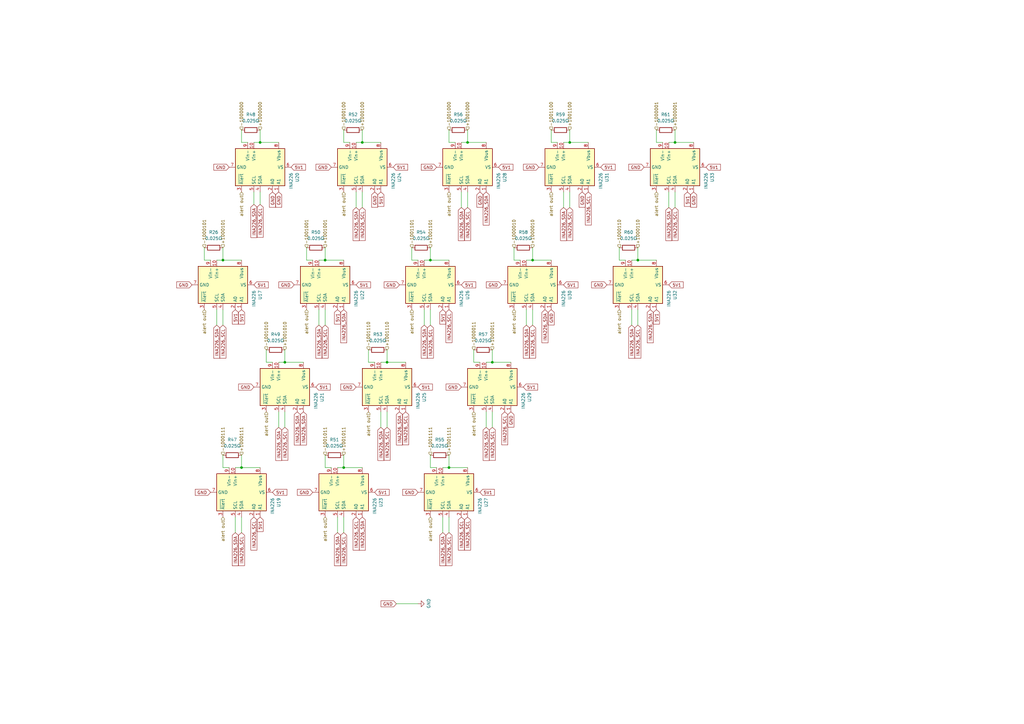
<source format=kicad_sch>
(kicad_sch (version 20231120) (generator "eeschema") (generator_version "8.0")
  (paper "A3")
  (lib_symbols
    (symbol "Device:R" (pin_numbers hide) (pin_names (offset 0))
      (property "Reference" "R" (at 2.032 0 90))
      (property "Value" "R" (at 0 0 90))
      (symbol "R_0_1"
        (rectangle (start -1.016 -2.54) (end 1.016 2.54) (stroke (width 0.254)))
      )
      (symbol "R_1_1"
        (pin passive line (at 0 3.81 270) (length 1.27) (name "~") (number "1"))
        (pin passive line (at 0 -3.81 90) (length 1.27) (name "~") (number "2"))
      )
    )
    (symbol "Sensor_Energy:INA226"
      (property "Reference" "U" (at -6.35 11.43 0))
      (property "Value" "INA226" (at 3.81 11.43 0))
      (symbol "INA226_0_1"
        (rectangle (start 7.62 10.16) (end -7.62 -10.16) (stroke (width 0.254)) (fill (type background)))
      )
      (symbol "INA226_1_1"
        (pin input line (at 10.16 7.62 180) (length 2.54) (name "A1") (number "1"))
        (pin input line (at -10.16 -2.54 0) (length 2.54) (name "Vin+") (number "10"))
        (pin input line (at 10.16 5.08 180) (length 2.54) (name "A0") (number "2"))
        (pin open_collector line (at 10.16 -7.62 180) (length 2.54) (name "~{Alert}") (number "3"))
        (pin bidirectional line (at 10.16 0 180) (length 2.54) (name "SDA") (number "4"))
        (pin input line (at 10.16 -2.54 180) (length 2.54) (name "SCL") (number "5"))
        (pin power_in line (at 0 12.7 270) (length 2.54) (name "VS") (number "6"))
        (pin power_in line (at 0 -12.7 90) (length 2.54) (name "GND") (number "7"))
        (pin input line (at -10.16 7.62 0) (length 2.54) (name "Vbus") (number "8"))
        (pin input line (at -10.16 -5.08 0) (length 2.54) (name "Vin-") (number "9"))
      )
    )
    (symbol "power:GND" (power) (pin_names (offset 0))
      (property "Value" "GND" (at 0 -3.81 0))
      (symbol "GND_0_1"
        (polyline (pts (xy 0 0) (xy 0 -1.27) (xy 1.27 -1.27) (xy 0 -2.54) (xy -1.27 -1.27) (xy 0 -1.27)))
      )
      (symbol "GND_1_1"
        (pin power_in line (at 0 0 270) (length 0) hide (name "GND") (number "1"))
      )
    )
  )
  (junction (at 158.75 148.59))
  (junction (at 106.68 58.42))
  (junction (at 116.84 148.59))
  (junction (at 91.44 106.68))
  (junction (at 140.97 191.77))
  (junction (at 184.15 191.77))
  (junction (at 133.35 106.68))
  (junction (at 276.86 58.42))
  (junction (at 99.06 191.77))
  (junction (at 218.44 106.68))
  (junction (at 261.62 106.68))
  (junction (at 148.59 58.42))
  (junction (at 191.77 58.42))
  (junction (at 233.68 58.42))
  (junction (at 176.53 106.68))
  (junction (at 201.93 148.59))
  (wire (pts (xy 106.68 53.34) (xy 106.68 58.42)))
  (wire (pts (xy 140.97 186.69) (xy 140.97 191.77)))
  (wire (pts (xy 133.35 101.6) (xy 133.35 106.68)))
  (wire (pts (xy 259.08 133.35) (xy 259.08 127)))
  (wire (pts (xy 156.21 175.26) (xy 156.21 168.91)))
  (wire (pts (xy 99.06 191.77) (xy 106.68 191.77)))
  (wire (pts (xy 194.31 148.59) (xy 196.85 148.59)))
  (wire (pts (xy 276.86 85.09) (xy 276.86 78.74)))
  (wire (pts (xy 91.44 191.77) (xy 93.98 191.77)))
  (wire (pts (xy 133.35 106.68) (xy 140.97 106.68)))
  (wire (pts (xy 83.82 106.68) (xy 86.36 106.68)))
  (wire (pts (xy 104.14 78.74) (xy 104.14 83.82)))
  (wire (pts (xy 130.81 133.35) (xy 130.81 127)))
  (wire (pts (xy 116.84 148.59) (xy 124.46 148.59)))
  (wire (pts (xy 140.97 191.77) (xy 138.43 191.77)))
  (wire (pts (xy 201.93 148.59) (xy 199.39 148.59)))
  (wire (pts (xy 274.32 85.09) (xy 274.32 78.74)))
  (wire (pts (xy 261.62 106.68) (xy 269.24 106.68)))
  (wire (pts (xy 233.68 58.42) (xy 231.14 58.42)))
  (wire (pts (xy 148.59 85.09) (xy 148.59 78.74)))
  (wire (pts (xy 226.06 58.42) (xy 228.6 58.42)))
  (wire (pts (xy 168.91 106.68) (xy 171.45 106.68)))
  (wire (pts (xy 189.23 85.09) (xy 189.23 78.74)))
  (wire (pts (xy 116.84 175.26) (xy 116.84 168.91)))
  (wire (pts (xy 176.53 186.69) (xy 176.53 191.77)))
  (wire (pts (xy 114.3 175.26) (xy 114.3 168.91)))
  (wire (pts (xy 254 106.68) (xy 256.54 106.68)))
  (wire (pts (xy 176.53 106.68) (xy 184.15 106.68)))
  (wire (pts (xy 168.91 101.6) (xy 168.91 106.68)))
  (wire (pts (xy 184.15 186.69) (xy 184.15 191.77)))
  (wire (pts (xy 106.68 58.42) (xy 104.14 58.42)))
  (wire (pts (xy 99.06 186.69) (xy 99.06 191.77)))
  (wire (pts (xy 276.86 53.34) (xy 276.86 58.42)))
  (wire (pts (xy 109.22 148.59) (xy 111.76 148.59)))
  (wire (pts (xy 231.14 85.09) (xy 231.14 78.74)))
  (wire (pts (xy 158.75 148.59) (xy 156.21 148.59)))
  (wire (pts (xy 176.53 106.68) (xy 173.99 106.68)))
  (wire (pts (xy 133.35 186.69) (xy 133.35 191.77)))
  (wire (pts (xy 91.44 133.35) (xy 91.44 127)))
  (wire (pts (xy 218.44 106.68) (xy 226.06 106.68)))
  (wire (pts (xy 148.59 58.42) (xy 146.05 58.42)))
  (wire (pts (xy 158.75 175.26) (xy 158.75 168.91)))
  (wire (pts (xy 96.52 218.44) (xy 96.52 212.09)))
  (wire (pts (xy 233.68 53.34) (xy 233.68 58.42)))
  (wire (pts (xy 125.73 106.68) (xy 128.27 106.68)))
  (wire (pts (xy 83.82 101.6) (xy 83.82 106.68)))
  (wire (pts (xy 261.62 101.6) (xy 261.62 106.68)))
  (wire (pts (xy 199.39 175.26) (xy 199.39 168.91)))
  (wire (pts (xy 151.13 148.59) (xy 153.67 148.59)))
  (wire (pts (xy 276.86 58.42) (xy 274.32 58.42)))
  (wire (pts (xy 201.93 175.26) (xy 201.93 168.91)))
  (wire (pts (xy 140.97 218.44) (xy 140.97 212.09)))
  (wire (pts (xy 184.15 53.34) (xy 184.15 58.42)))
  (wire (pts (xy 91.44 106.68) (xy 99.06 106.68)))
  (wire (pts (xy 233.68 58.42) (xy 241.3 58.42)))
  (wire (pts (xy 261.62 106.68) (xy 259.08 106.68)))
  (wire (pts (xy 181.61 218.44) (xy 181.61 212.09)))
  (wire (pts (xy 269.24 58.42) (xy 271.78 58.42)))
  (wire (pts (xy 91.44 186.69) (xy 91.44 191.77)))
  (wire (pts (xy 151.13 143.51) (xy 151.13 148.59)))
  (wire (pts (xy 276.86 58.42) (xy 284.48 58.42)))
  (wire (pts (xy 116.84 148.59) (xy 114.3 148.59)))
  (wire (pts (xy 201.93 148.59) (xy 209.55 148.59)))
  (wire (pts (xy 218.44 133.35) (xy 218.44 127)))
  (wire (pts (xy 146.05 85.09) (xy 146.05 78.74)))
  (wire (pts (xy 91.44 101.6) (xy 91.44 106.68)))
  (wire (pts (xy 91.44 106.68) (xy 88.9 106.68)))
  (wire (pts (xy 218.44 101.6) (xy 218.44 106.68)))
  (wire (pts (xy 138.43 218.44) (xy 138.43 212.09)))
  (wire (pts (xy 191.77 58.42) (xy 189.23 58.42)))
  (wire (pts (xy 109.22 143.51) (xy 109.22 148.59)))
  (wire (pts (xy 133.35 191.77) (xy 135.89 191.77)))
  (wire (pts (xy 194.31 143.51) (xy 194.31 148.59)))
  (wire (pts (xy 184.15 191.77) (xy 181.61 191.77)))
  (wire (pts (xy 176.53 133.35) (xy 176.53 127)))
  (wire (pts (xy 99.06 218.44) (xy 99.06 212.09)))
  (wire (pts (xy 99.06 191.77) (xy 96.52 191.77)))
  (wire (pts (xy 210.82 106.68) (xy 213.36 106.68)))
  (wire (pts (xy 191.77 85.09) (xy 191.77 78.74)))
  (wire (pts (xy 210.82 101.6) (xy 210.82 106.68)))
  (wire (pts (xy 99.06 53.34) (xy 99.06 58.42)))
  (wire (pts (xy 140.97 58.42) (xy 143.51 58.42)))
  (wire (pts (xy 261.62 133.35) (xy 261.62 127)))
  (wire (pts (xy 140.97 53.34) (xy 140.97 58.42)))
  (wire (pts (xy 88.9 133.35) (xy 88.9 127)))
  (wire (pts (xy 201.93 143.51) (xy 201.93 148.59)))
  (wire (pts (xy 269.24 53.34) (xy 269.24 58.42)))
  (wire (pts (xy 106.68 58.42) (xy 114.3 58.42)))
  (wire (pts (xy 158.75 143.51) (xy 158.75 148.59)))
  (wire (pts (xy 158.75 148.59) (xy 166.37 148.59)))
  (wire (pts (xy 215.9 133.35) (xy 215.9 127)))
  (wire (pts (xy 176.53 191.77) (xy 179.07 191.77)))
  (wire (pts (xy 148.59 58.42) (xy 156.21 58.42)))
  (wire (pts (xy 133.35 106.68) (xy 130.81 106.68)))
  (wire (pts (xy 116.84 143.51) (xy 116.84 148.59)))
  (wire (pts (xy 173.99 133.35) (xy 173.99 127)))
  (wire (pts (xy 191.77 53.34) (xy 191.77 58.42)))
  (wire (pts (xy 176.53 101.6) (xy 176.53 106.68)))
  (wire (pts (xy 184.15 218.44) (xy 184.15 212.09)))
  (wire (pts (xy 133.35 133.35) (xy 133.35 127)))
  (wire (pts (xy 254 101.6) (xy 254 106.68)))
  (wire (pts (xy 184.15 191.77) (xy 191.77 191.77)))
  (wire (pts (xy 171.45 247.65) (xy 162.56 247.65)))
  (wire (pts (xy 184.15 58.42) (xy 186.69 58.42)))
  (wire (pts (xy 99.06 58.42) (xy 101.6 58.42)))
  (wire (pts (xy 218.44 106.68) (xy 215.9 106.68)))
  (wire (pts (xy 191.77 58.42) (xy 199.39 58.42)))
  (wire (pts (xy 226.06 53.34) (xy 226.06 58.42)))
  (wire (pts (xy 148.59 53.34) (xy 148.59 58.42)))
  (wire (pts (xy 106.68 83.82) (xy 106.68 78.74)))
  (wire (pts (xy 125.73 101.6) (xy 125.73 106.68)))
  (wire (pts (xy 140.97 191.77) (xy 148.59 191.77)))
  (wire (pts (xy 233.68 85.09) (xy 233.68 78.74)))
  (global_label "INA226_SCL" (shape input) (at 176.53 133.35 270) (property "Intersheetrefs" "${INTERSHEET_REFS}" (effects (hide yes))))
  (global_label "INA226_SCL" (shape input) (at 106.68 83.82 270) (property "Intersheetrefs" "${INTERSHEET_REFS}" (effects (hide yes))))
  (global_label "INA226_SDA" (shape input) (at 266.7 127 270) (property "Intersheetrefs" "${INTERSHEET_REFS}" (effects (hide yes))))
  (global_label "5V1" (shape input) (at 129.54 158.75 0) (property "Intersheetrefs" "${INTERSHEET_REFS}" (effects (hide yes))))
  (global_label "INA226_SDA" (shape input) (at 124.46 168.91 270) (property "Intersheetrefs" "${INTERSHEET_REFS}" (effects (hide yes))))
  (global_label "INA226_SDA" (shape input) (at 199.39 175.26 270) (property "Intersheetrefs" "${INTERSHEET_REFS}" (effects (hide yes))))
  (global_label "INA226_SDA" (shape input) (at 189.23 85.09 270) (property "Intersheetrefs" "${INTERSHEET_REFS}" (effects (hide yes))))
  (global_label "5V1" (shape input) (at 269.24 127 270) (property "Intersheetrefs" "${INTERSHEET_REFS}" (effects (hide yes))))
  (global_label "INA226_SDA" (shape input) (at 156.21 175.26 270) (property "Intersheetrefs" "${INTERSHEET_REFS}" (effects (hide yes))))
  (global_label "INA226_SCL" (shape input) (at 133.35 133.35 270) (property "Intersheetrefs" "${INTERSHEET_REFS}" (effects (hide yes))))
  (global_label "INA226_SDA" (shape input) (at 148.59 212.09 270) (property "Intersheetrefs" "${INTERSHEET_REFS}" (effects (hide yes))))
  (global_label "GND" (shape input) (at 284.48 78.74 270) (property "Intersheetrefs" "${INTERSHEET_REFS}" (effects (hide yes))))
  (global_label "INA226_SCL" (shape input) (at 191.77 85.09 270) (property "Intersheetrefs" "${INTERSHEET_REFS}" (effects (hide yes))))
  (global_label "GND" (shape input) (at 111.76 78.74 270) (property "Intersheetrefs" "${INTERSHEET_REFS}" (effects (hide yes))))
  (global_label "INA226_SCL" (shape input) (at 91.44 133.35 270) (property "Intersheetrefs" "${INTERSHEET_REFS}" (effects (hide yes))))
  (global_label "5V1" (shape input) (at 99.06 127 270) (property "Intersheetrefs" "${INTERSHEET_REFS}" (effects (hide yes))))
  (global_label "5V1" (shape input) (at 246.38 68.58 0) (property "Intersheetrefs" "${INTERSHEET_REFS}" (effects (hide yes))))
  (global_label "INA226_SDA" (shape input) (at 130.81 133.35 270) (property "Intersheetrefs" "${INTERSHEET_REFS}" (effects (hide yes))))
  (global_label "INA226_SCL" (shape input) (at 166.37 168.91 270) (property "Intersheetrefs" "${INTERSHEET_REFS}" (effects (hide yes))))
  (global_label "INA226_SCL" (shape input) (at 201.93 175.26 270) (property "Intersheetrefs" "${INTERSHEET_REFS}" (effects (hide yes))))
  (global_label "GND" (shape input) (at 209.55 168.91 270) (property "Intersheetrefs" "${INTERSHEET_REFS}" (effects (hide yes))))
  (global_label "INA226_SCL" (shape input) (at 104.14 212.09 270) (property "Intersheetrefs" "${INTERSHEET_REFS}" (effects (hide yes))))
  (global_label "INA226_SCL" (shape input) (at 146.05 212.09 270) (property "Intersheetrefs" "${INTERSHEET_REFS}" (effects (hide yes))))
  (global_label "INA226_SDA" (shape input) (at 173.99 133.35 270) (property "Intersheetrefs" "${INTERSHEET_REFS}" (effects (hide yes))))
  (global_label "INA226_SDA" (shape input) (at 96.52 218.44 270) (property "Intersheetrefs" "${INTERSHEET_REFS}" (effects (hide yes))))
  (global_label "GND" (shape input) (at 163.83 116.84 180) (property "Intersheetrefs" "${INTERSHEET_REFS}" (effects (hide yes))))
  (global_label "GND" (shape input) (at 264.16 68.58 180) (property "Intersheetrefs" "${INTERSHEET_REFS}" (effects (hide yes))))
  (global_label "5V1" (shape input) (at 161.29 68.58 0) (property "Intersheetrefs" "${INTERSHEET_REFS}" (effects (hide yes))))
  (global_label "GND" (shape input) (at 220.98 68.58 180) (property "Intersheetrefs" "${INTERSHEET_REFS}" (effects (hide yes))))
  (global_label "INA226_SDA" (shape input) (at 104.14 83.82 270) (property "Intersheetrefs" "${INTERSHEET_REFS}" (effects (hide yes))))
  (global_label "5V1" (shape input) (at 274.32 116.84 0) (property "Intersheetrefs" "${INTERSHEET_REFS}" (effects (hide yes))))
  (global_label "5V1" (shape input) (at 181.61 127 270) (property "Intersheetrefs" "${INTERSHEET_REFS}" (effects (hide yes))))
  (global_label "INA226_SCL" (shape input) (at 158.75 175.26 270) (property "Intersheetrefs" "${INTERSHEET_REFS}" (effects (hide yes))))
  (global_label "GND" (shape input) (at 196.85 78.74 270) (property "Intersheetrefs" "${INTERSHEET_REFS}" (effects (hide yes))))
  (global_label "5V1" (shape input) (at 146.05 116.84 0) (property "Intersheetrefs" "${INTERSHEET_REFS}" (effects (hide yes))))
  (global_label "INA226_SCL" (shape input) (at 184.15 218.44 270) (property "Intersheetrefs" "${INTERSHEET_REFS}" (effects (hide yes))))
  (global_label "INA226_SCL" (shape input) (at 189.23 212.09 270) (property "Intersheetrefs" "${INTERSHEET_REFS}" (effects (hide yes))))
  (global_label "5V1" (shape input) (at 289.56 68.58 0) (property "Intersheetrefs" "${INTERSHEET_REFS}" (effects (hide yes))))
  (global_label "5V1" (shape input) (at 156.21 78.74 270) (property "Intersheetrefs" "${INTERSHEET_REFS}" (effects (hide yes))))
  (global_label "GND" (shape input) (at 189.23 158.75 180) (property "Intersheetrefs" "${INTERSHEET_REFS}" (effects (hide yes))))
  (global_label "GND" (shape input) (at 104.14 158.75 180) (property "Intersheetrefs" "${INTERSHEET_REFS}" (effects (hide yes))))
  (global_label "5V1" (shape input) (at 204.47 68.58 0) (property "Intersheetrefs" "${INTERSHEET_REFS}" (effects (hide yes))))
  (global_label "INA226_SDA" (shape input) (at 274.32 85.09 270) (property "Intersheetrefs" "${INTERSHEET_REFS}" (effects (hide yes))))
  (global_label "INA226_SDA" (shape input) (at 121.92 168.91 270) (property "Intersheetrefs" "${INTERSHEET_REFS}" (effects (hide yes))))
  (global_label "INA226_SCL" (shape input) (at 184.15 127 270) (property "Intersheetrefs" "${INTERSHEET_REFS}" (effects (hide yes))))
  (global_label "INA226_SDA" (shape input) (at 114.3 175.26 270) (property "Intersheetrefs" "${INTERSHEET_REFS}" (effects (hide yes))))
  (global_label "INA226_SDA" (shape input) (at 215.9 133.35 270) (property "Intersheetrefs" "${INTERSHEET_REFS}" (effects (hide yes))))
  (global_label "GND" (shape input) (at 86.36 201.93 180) (property "Intersheetrefs" "${INTERSHEET_REFS}" (effects (hide yes))))
  (global_label "INA226_SCL" (shape input) (at 191.77 212.09 270) (property "Intersheetrefs" "${INTERSHEET_REFS}" (effects (hide yes))))
  (global_label "5V1" (shape input) (at 231.14 116.84 0) (property "Intersheetrefs" "${INTERSHEET_REFS}" (effects (hide yes))))
  (global_label "INA226_SDA" (shape input) (at 146.05 85.09 270) (property "Intersheetrefs" "${INTERSHEET_REFS}" (effects (hide yes))))
  (global_label "GND" (shape input) (at 179.07 68.58 180) (property "Intersheetrefs" "${INTERSHEET_REFS}" (effects (hide yes))))
  (global_label "INA226_SCL" (shape input) (at 148.59 85.09 270) (property "Intersheetrefs" "${INTERSHEET_REFS}" (effects (hide yes))))
  (global_label "INA226_SDA" (shape input) (at 223.52 127 270) (property "Intersheetrefs" "${INTERSHEET_REFS}" (effects (hide yes))))
  (global_label "INA226_SCL" (shape input) (at 116.84 175.26 270) (property "Intersheetrefs" "${INTERSHEET_REFS}" (effects (hide yes))))
  (global_label "5V1" (shape input) (at 153.67 201.93 0) (property "Intersheetrefs" "${INTERSHEET_REFS}" (effects (hide yes))))
  (global_label "GND" (shape input) (at 120.65 116.84 180) (property "Intersheetrefs" "${INTERSHEET_REFS}" (effects (hide yes))))
  (global_label "5V1" (shape input) (at 106.68 212.09 270) (property "Intersheetrefs" "${INTERSHEET_REFS}" (effects (hide yes))))
  (global_label "GND" (shape input) (at 248.92 116.84 180) (property "Intersheetrefs" "${INTERSHEET_REFS}" (effects (hide yes))))
  (global_label "INA226_SCL" (shape input) (at 218.44 133.35 270) (property "Intersheetrefs" "${INTERSHEET_REFS}" (effects (hide yes))))
  (global_label "GND" (shape input) (at 238.76 78.74 270) (property "Intersheetrefs" "${INTERSHEET_REFS}" (effects (hide yes))))
  (global_label "GND" (shape input) (at 153.67 78.74 270) (property "Intersheetrefs" "${INTERSHEET_REFS}" (effects (hide yes))))
  (global_label "INA226_SCL" (shape input) (at 241.3 78.74 270) (property "Intersheetrefs" "${INTERSHEET_REFS}" (effects (hide yes))))
  (global_label "INA226_SCL" (shape input) (at 276.86 85.09 270) (property "Intersheetrefs" "${INTERSHEET_REFS}" (effects (hide yes))))
  (global_label "INA226_SDA" (shape input) (at 140.97 127 270) (property "Intersheetrefs" "${INTERSHEET_REFS}" (effects (hide yes))))
  (global_label "5V1" (shape input) (at 214.63 158.75 0) (property "Intersheetrefs" "${INTERSHEET_REFS}" (effects (hide yes))))
  (global_label "INA226_SDA" (shape input) (at 138.43 218.44 270) (property "Intersheetrefs" "${INTERSHEET_REFS}" (effects (hide yes))))
  (global_label "5V1" (shape input) (at 119.38 68.58 0) (property "Intersheetrefs" "${INTERSHEET_REFS}" (effects (hide yes))))
  (global_label "GND" (shape input) (at 128.27 201.93 180) (property "Intersheetrefs" "${INTERSHEET_REFS}" (effects (hide yes))))
  (global_label "5V1" (shape input) (at 281.94 78.74 270) (property "Intersheetrefs" "${INTERSHEET_REFS}" (effects (hide yes))))
  (global_label "GND" (shape input) (at 162.56 247.65 180) (property "Intersheetrefs" "${INTERSHEET_REFS}" (effects (hide yes))))
  (global_label "INA226_SCL" (shape input) (at 99.06 218.44 270) (property "Intersheetrefs" "${INTERSHEET_REFS}" (effects (hide yes))))
  (global_label "INA226_SDA" (shape input) (at 163.83 168.91 270) (property "Intersheetrefs" "${INTERSHEET_REFS}" (effects (hide yes))))
  (global_label "GND" (shape input) (at 146.05 158.75 180) (property "Intersheetrefs" "${INTERSHEET_REFS}" (effects (hide yes))))
  (global_label "5V1" (shape input) (at 138.43 127 270) (property "Intersheetrefs" "${INTERSHEET_REFS}" (effects (hide yes))))
  (global_label "GND" (shape input) (at 205.74 116.84 180) (property "Intersheetrefs" "${INTERSHEET_REFS}" (effects (hide yes))))
  (global_label "GND" (shape input) (at 171.45 201.93 180) (property "Intersheetrefs" "${INTERSHEET_REFS}" (effects (hide yes))))
  (global_label "GND" (shape input) (at 93.98 68.58 180) (property "Intersheetrefs" "${INTERSHEET_REFS}" (effects (hide yes))))
  (global_label "5V1" (shape input) (at 196.85 201.93 0) (property "Intersheetrefs" "${INTERSHEET_REFS}" (effects (hide yes))))
  (global_label "INA226_SDA" (shape input) (at 199.39 78.74 270) (property "Intersheetrefs" "${INTERSHEET_REFS}" (effects (hide yes))))
  (global_label "5V1" (shape input) (at 104.14 116.84 0) (property "Intersheetrefs" "${INTERSHEET_REFS}" (effects (hide yes))))
  (global_label "INA226_SCL" (shape input) (at 233.68 85.09 270) (property "Intersheetrefs" "${INTERSHEET_REFS}" (effects (hide yes))))
  (global_label "INA226_SDA" (shape input) (at 231.14 85.09 270) (property "Intersheetrefs" "${INTERSHEET_REFS}" (effects (hide yes))))
  (global_label "GND" (shape input) (at 114.3 78.74 270) (property "Intersheetrefs" "${INTERSHEET_REFS}" (effects (hide yes))))
  (global_label "INA226_SCL" (shape input) (at 140.97 218.44 270) (property "Intersheetrefs" "${INTERSHEET_REFS}" (effects (hide yes))))
  (global_label "INA226_SDA" (shape input) (at 181.61 218.44 270) (property "Intersheetrefs" "${INTERSHEET_REFS}" (effects (hide yes))))
  (global_label "GND" (shape input) (at 78.74 116.84 180) (property "Intersheetrefs" "${INTERSHEET_REFS}" (effects (hide yes))))
  (global_label "5V1" (shape input) (at 111.76 201.93 0) (property "Intersheetrefs" "${INTERSHEET_REFS}" (effects (hide yes))))
  (global_label "INA226_SDA" (shape input) (at 259.08 133.35 270) (property "Intersheetrefs" "${INTERSHEET_REFS}" (effects (hide yes))))
  (global_label "5V1" (shape input) (at 189.23 116.84 0) (property "Intersheetrefs" "${INTERSHEET_REFS}" (effects (hide yes))))
  (global_label "GND" (shape input) (at 226.06 127 270) (property "Intersheetrefs" "${INTERSHEET_REFS}" (effects (hide yes))))
  (global_label "INA226_SCL" (shape input) (at 207.01 168.91 270) (property "Intersheetrefs" "${INTERSHEET_REFS}" (effects (hide yes))))
  (global_label "5V1" (shape input) (at 171.45 158.75 0) (property "Intersheetrefs" "${INTERSHEET_REFS}" (effects (hide yes))))
  (global_label "INA226_SDA" (shape input) (at 88.9 133.35 270) (property "Intersheetrefs" "${INTERSHEET_REFS}" (effects (hide yes))))
  (global_label "5V1" (shape input) (at 96.52 127 270) (property "Intersheetrefs" "${INTERSHEET_REFS}" (effects (hide yes))))
  (global_label "INA226_SCL" (shape input) (at 261.62 133.35 270) (property "Intersheetrefs" "${INTERSHEET_REFS}" (effects (hide yes))))
  (global_label "GND" (shape input) (at 135.89 68.58 180) (property "Intersheetrefs" "${INTERSHEET_REFS}" (effects (hide yes))))
  (hierarchical_label "+1001110" (shape input) (at 158.75 143.51 90))
  (hierarchical_label "+1000001" (shape input) (at 276.86 53.34 90))
  (hierarchical_label "+1000100" (shape input) (at 148.59 53.34 90))
  (hierarchical_label "alert out" (shape input) (at 125.73 127 270))
  (hierarchical_label "-1000111" (shape input) (at 91.44 186.69 90))
  (hierarchical_label "+1000000" (shape input) (at 106.68 53.34 90))
  (hierarchical_label "alert out" (shape input) (at 83.82 127 270))
  (hierarchical_label "alert out" (shape input) (at 99.06 78.74 270))
  (hierarchical_label "alert out" (shape input) (at 91.44 212.09 270))
  (hierarchical_label "alert out" (shape input) (at 176.53 212.09 270))
  (hierarchical_label "-1000011" (shape input) (at 194.31 143.51 90))
  (hierarchical_label "-1001011" (shape input) (at 133.35 186.69 90))
  (hierarchical_label "+1001101" (shape input) (at 176.53 101.6 90))
  (hierarchical_label "-1000001" (shape input) (at 269.24 53.34 90))
  (hierarchical_label "-1001100" (shape input) (at 226.06 53.34 90))
  (hierarchical_label "alert out" (shape input) (at 210.82 127 270))
  (hierarchical_label "alert out" (shape input) (at 254 127 270))
  (hierarchical_label "+1000110" (shape input) (at 261.62 101.6 90))
  (hierarchical_label "-1001010" (shape input) (at 109.22 143.51 90))
  (hierarchical_label "-1001101" (shape input) (at 168.91 101.6 90))
  (hierarchical_label "+1000101" (shape input) (at 91.44 101.6 90))
  (hierarchical_label "+1001100" (shape input) (at 233.68 53.34 90))
  (hierarchical_label "-1001110" (shape input) (at 151.13 143.51 90))
  (hierarchical_label "+1000010" (shape input) (at 218.44 101.6 90))
  (hierarchical_label "+1001011" (shape input) (at 140.97 186.69 90))
  (hierarchical_label "alert out" (shape input) (at 151.13 168.91 270))
  (hierarchical_label "-1000000" (shape input) (at 99.06 53.34 90))
  (hierarchical_label "+1001010" (shape input) (at 116.84 143.51 90))
  (hierarchical_label "+1000011" (shape input) (at 201.93 143.51 90))
  (hierarchical_label "alert out" (shape input) (at 184.15 78.74 270))
  (hierarchical_label "alert out" (shape input) (at 269.24 78.74 270))
  (hierarchical_label "-1001000" (shape input) (at 184.15 53.34 90))
  (hierarchical_label "alert out" (shape input) (at 226.06 78.74 270))
  (hierarchical_label "alert out" (shape input) (at 168.91 127 270))
  (hierarchical_label "-1001001" (shape input) (at 125.73 101.6 90))
  (hierarchical_label "+1001001" (shape input) (at 133.35 101.6 90))
  (hierarchical_label "-1000100" (shape input) (at 140.97 53.34 90))
  (hierarchical_label "alert out" (shape input) (at 140.97 78.74 270))
  (hierarchical_label "-1000101" (shape input) (at 83.82 101.6 90))
  (hierarchical_label "alert out" (shape input) (at 109.22 168.91 270))
  (hierarchical_label "-1000010" (shape input) (at 210.82 101.6 90))
  (hierarchical_label "-1001111" (shape input) (at 176.53 186.69 90))
  (hierarchical_label "+1001000" (shape input) (at 191.77 53.34 90))
  (hierarchical_label "+1001111" (shape input) (at 184.15 186.69 90))
  (hierarchical_label "+1000111" (shape input) (at 99.06 186.69 90))
  (hierarchical_label "-1000110" (shape input) (at 254 101.6 90))
  (hierarchical_label "alert out" (shape input) (at 194.31 168.91 270))
  (hierarchical_label "alert out" (shape input) (at 133.35 212.09 270))
  (symbol (lib_id "Device:R") (at 113.03 143.51 270) (unit 1)
    (property "Reference" "R49" (at 113.03 137.16 90))
    (property "Value" "0.025Ω" (at 113.03 139.7 90))
    (property "Footprint" "Resistor_SMD:R_1020_2550Metric" (effects (hide yes)))
    (property "Description" "Resistor" (effects (hide yes)))
    (property "Url" "https://hu.farnell.com/vishay/wfma2512r0250fea/res-0r025-3w-2512-metal-plate/dp/3102734?srsltid=AfmBOoo6H5Un0cHiqeag9ovCQvXpnbJqYON7v56Iowkpb5I1FAlzBtap" (effects (hide yes)))
  )
  (symbol (lib_id "Device:R") (at 154.94 143.51 270) (unit 1)
    (property "Reference" "R53" (at 154.94 137.16 90))
    (property "Value" "0.025Ω" (at 154.94 139.7 90))
    (property "Footprint" "Resistor_SMD:R_1020_2550Metric" (effects (hide yes)))
    (property "Description" "Resistor" (effects (hide yes)))
    (property "Url" "https://hu.farnell.com/vishay/wfma2512r0250fea/res-0r025-3w-2512-metal-plate/dp/3102734?srsltid=AfmBOoo6H5Un0cHiqeag9ovCQvXpnbJqYON7v56Iowkpb5I1FAlzBtap" (effects (hide yes)))
  )
  (symbol (lib_id "Sensor_Energy:INA226") (at 176.53 116.84 270) (unit 1)
    (property "Reference" "U26" (at 191.77 119.0341 0) (effects (justify left)))
    (property "Value" "INA226" (at 189.23 119.0341 0) (effects (justify left)))
    (property "Footprint" "Package_SO:VSSOP-10_3x3mm_P0.5mm" (effects (hide yes)))
    (property "Datasheet" "http://www.ti.com/lit/ds/symlink/ina226.pdf" (effects (hide yes)))
    (property "Description" "High-Side or Low-Side Measurement, Bi-Directional Current and Power Monitor (0-36V) with I2C Compatible Interface, VSSOP-10" (effects (hide yes)))
  )
  (symbol (lib_id "Sensor_Energy:INA226") (at 218.44 116.84 270) (unit 1)
    (property "Reference" "U30" (at 233.68 119.0341 0) (effects (justify left)))
    (property "Value" "INA226" (at 231.14 119.0341 0) (effects (justify left)))
    (property "Footprint" "Package_SO:VSSOP-10_3x3mm_P0.5mm" (effects (hide yes)))
    (property "Datasheet" "http://www.ti.com/lit/ds/symlink/ina226.pdf" (effects (hide yes)))
    (property "Description" "High-Side or Low-Side Measurement, Bi-Directional Current and Power Monitor (0-36V) with I2C Compatible Interface, VSSOP-10" (effects (hide yes)))
  )
  (symbol (lib_id "Sensor_Energy:INA226") (at 158.75 158.75 270) (unit 1)
    (property "Reference" "U25" (at 173.99 160.9441 0) (effects (justify left)))
    (property "Value" "INA226" (at 171.45 160.9441 0) (effects (justify left)))
    (property "Footprint" "Package_SO:VSSOP-10_3x3mm_P0.5mm" (effects (hide yes)))
    (property "Datasheet" "http://www.ti.com/lit/ds/symlink/ina226.pdf" (effects (hide yes)))
    (property "Description" "High-Side or Low-Side Measurement, Bi-Directional Current and Power Monitor (0-36V) with I2C Compatible Interface, VSSOP-10" (effects (hide yes)))
  )
  (symbol (lib_id "Device:R") (at 198.12 143.51 270) (unit 1)
    (property "Reference" "R57" (at 198.12 137.16 90))
    (property "Value" "0.025Ω" (at 198.12 139.7 90))
    (property "Footprint" "Resistor_SMD:R_1020_2550Metric" (effects (hide yes)))
    (property "Description" "Resistor" (effects (hide yes)))
    (property "Url" "https://hu.farnell.com/vishay/wfma2512r0250fea/res-0r025-3w-2512-metal-plate/dp/3102734?srsltid=AfmBOoo6H5Un0cHiqeag9ovCQvXpnbJqYON7v56Iowkpb5I1FAlzBtap" (effects (hide yes)))
  )
  (symbol (lib_id "Device:R") (at 144.78 53.34 270) (unit 1)
    (property "Reference" "R52" (at 144.78 46.99 90))
    (property "Value" "0.025Ω" (at 144.78 49.53 90))
    (property "Footprint" "Resistor_SMD:R_1020_2550Metric" (effects (hide yes)))
    (property "Description" "Resistor" (effects (hide yes)))
    (property "Url" "https://hu.farnell.com/vishay/wfma2512r0250fea/res-0r025-3w-2512-metal-plate/dp/3102734?srsltid=AfmBOoo6H5Un0cHiqeag9ovCQvXpnbJqYON7v56Iowkpb5I1FAlzBtap" (effects (hide yes)))
  )
  (symbol (lib_id "Sensor_Energy:INA226") (at 233.68 68.58 270) (unit 1)
    (property "Reference" "U31" (at 248.92 70.7741 0) (effects (justify left)))
    (property "Value" "INA226" (at 246.38 70.7741 0) (effects (justify left)))
    (property "Footprint" "Package_SO:VSSOP-10_3x3mm_P0.5mm" (effects (hide yes)))
    (property "Datasheet" "http://www.ti.com/lit/ds/symlink/ina226.pdf" (effects (hide yes)))
    (property "Description" "High-Side or Low-Side Measurement, Bi-Directional Current and Power Monitor (0-36V) with I2C Compatible Interface, VSSOP-10" (effects (hide yes)))
  )
  (symbol (lib_id "Sensor_Energy:INA226") (at 191.77 68.58 270) (unit 1)
    (property "Reference" "U28" (at 207.01 70.7741 0) (effects (justify left)))
    (property "Value" "INA226" (at 204.47 70.7741 0) (effects (justify left)))
    (property "Footprint" "Package_SO:VSSOP-10_3x3mm_P0.5mm" (effects (hide yes)))
    (property "Datasheet" "http://www.ti.com/lit/ds/symlink/ina226.pdf" (effects (hide yes)))
    (property "Description" "High-Side or Low-Side Measurement, Bi-Directional Current and Power Monitor (0-36V) with I2C Compatible Interface, VSSOP-10" (effects (hide yes)))
  )
  (symbol (lib_id "Sensor_Energy:INA226") (at 116.84 158.75 270) (unit 1)
    (property "Reference" "U21" (at 132.08 160.9441 0) (effects (justify left)))
    (property "Value" "INA226" (at 129.54 160.9441 0) (effects (justify left)))
    (property "Footprint" "Package_SO:VSSOP-10_3x3mm_P0.5mm" (effects (hide yes)))
    (property "Datasheet" "http://www.ti.com/lit/ds/symlink/ina226.pdf" (effects (hide yes)))
    (property "Description" "High-Side or Low-Side Measurement, Bi-Directional Current and Power Monitor (0-36V) with I2C Compatible Interface, VSSOP-10" (effects (hide yes)))
  )
  (symbol (lib_id "Sensor_Energy:INA226") (at 133.35 116.84 270) (unit 1)
    (property "Reference" "U22" (at 148.59 119.0341 0) (effects (justify left)))
    (property "Value" "INA226" (at 146.05 119.0341 0) (effects (justify left)))
    (property "Footprint" "Package_SO:VSSOP-10_3x3mm_P0.5mm" (effects (hide yes)))
    (property "Datasheet" "http://www.ti.com/lit/ds/symlink/ina226.pdf" (effects (hide yes)))
    (property "Description" "High-Side or Low-Side Measurement, Bi-Directional Current and Power Monitor (0-36V) with I2C Compatible Interface, VSSOP-10" (effects (hide yes)))
  )
  (symbol (lib_id "Sensor_Energy:INA226") (at 91.44 116.84 270) (unit 1)
    (property "Reference" "U17" (at 106.68 119.0341 0) (effects (justify left)))
    (property "Value" "INA226" (at 104.14 119.0341 0) (effects (justify left)))
    (property "Footprint" "Package_SO:VSSOP-10_3x3mm_P0.5mm" (effects (hide yes)))
    (property "Datasheet" "http://www.ti.com/lit/ds/symlink/ina226.pdf" (effects (hide yes)))
    (property "Description" "High-Side or Low-Side Measurement, Bi-Directional Current and Power Monitor (0-36V) with I2C Compatible Interface, VSSOP-10" (effects (hide yes)))
  )
  (symbol (lib_id "power:GND") (at 171.45 247.65 90) (unit 1)
    (property "Reference" "#PWR041" (effects (hide yes)))
    (property "Value" "GND" (at 175.8442 247.523 0))
  )
  (symbol (lib_id "Sensor_Energy:INA226") (at 276.86 68.58 270) (unit 1)
    (property "Reference" "U33" (at 292.1 70.7741 0) (effects (justify left)))
    (property "Value" "INA226" (at 289.56 70.7741 0) (effects (justify left)))
    (property "Footprint" "Package_SO:VSSOP-10_3x3mm_P0.5mm" (effects (hide yes)))
    (property "Datasheet" "http://www.ti.com/lit/ds/symlink/ina226.pdf" (effects (hide yes)))
    (property "Description" "High-Side or Low-Side Measurement, Bi-Directional Current and Power Monitor (0-36V) with I2C Compatible Interface, VSSOP-10" (effects (hide yes)))
  )
  (symbol (lib_id "Device:R") (at 129.54 101.6 270) (unit 1)
    (property "Reference" "R50" (at 129.54 95.25 90))
    (property "Value" "0.025Ω" (at 129.54 97.79 90))
    (property "Footprint" "Resistor_SMD:R_1020_2550Metric" (effects (hide yes)))
    (property "Description" "Resistor" (effects (hide yes)))
    (property "Url" "https://hu.farnell.com/vishay/wfma2512r0250fea/res-0r025-3w-2512-metal-plate/dp/3102734?srsltid=AfmBOoo6H5Un0cHiqeag9ovCQvXpnbJqYON7v56Iowkpb5I1FAlzBtap" (effects (hide yes)))
  )
  (symbol (lib_id "Device:R") (at 102.87 53.34 270) (unit 1)
    (property "Reference" "R48" (at 102.87 46.99 90))
    (property "Value" "0.025Ω" (at 102.87 49.53 90))
    (property "Footprint" "Resistor_SMD:R_1020_2550Metric" (effects (hide yes)))
    (property "Description" "Resistor" (effects (hide yes)))
    (property "Url" "https://hu.farnell.com/vishay/wfma2512r0250fea/res-0r025-3w-2512-metal-plate/dp/3102734?srsltid=AfmBOoo6H5Un0cHiqeag9ovCQvXpnbJqYON7v56Iowkpb5I1FAlzBtap" (effects (hide yes)))
  )
  (symbol (lib_id "Device:R") (at 172.72 101.6 270) (unit 1)
    (property "Reference" "R54" (at 172.72 95.25 90))
    (property "Value" "0.025Ω" (at 172.72 97.79 90))
    (property "Footprint" "Resistor_SMD:R_1020_2550Metric" (effects (hide yes)))
    (property "Description" "Resistor" (effects (hide yes)))
    (property "Url" "https://hu.farnell.com/vishay/wfma2512r0250fea/res-0r025-3w-2512-metal-plate/dp/3102734?srsltid=AfmBOoo6H5Un0cHiqeag9ovCQvXpnbJqYON7v56Iowkpb5I1FAlzBtap" (effects (hide yes)))
  )
  (symbol (lib_id "Device:R") (at 257.81 101.6 270) (unit 1)
    (property "Reference" "R60" (at 257.81 95.25 90))
    (property "Value" "0.025Ω" (at 257.81 97.79 90))
    (property "Footprint" "Resistor_SMD:R_1020_2550Metric" (effects (hide yes)))
    (property "Description" "Resistor" (effects (hide yes)))
    (property "Url" "https://hu.farnell.com/vishay/wfma2512r0250fea/res-0r025-3w-2512-metal-plate/dp/3102734?srsltid=AfmBOoo6H5Un0cHiqeag9ovCQvXpnbJqYON7v56Iowkpb5I1FAlzBtap" (effects (hide yes)))
  )
  (symbol (lib_id "Sensor_Energy:INA226") (at 148.59 68.58 270) (unit 1)
    (property "Reference" "U24" (at 163.83 70.7741 0) (effects (justify left)))
    (property "Value" "INA226" (at 161.29 70.7741 0) (effects (justify left)))
    (property "Footprint" "Package_SO:VSSOP-10_3x3mm_P0.5mm" (effects (hide yes)))
    (property "Datasheet" "http://www.ti.com/lit/ds/symlink/ina226.pdf" (effects (hide yes)))
    (property "Description" "High-Side or Low-Side Measurement, Bi-Directional Current and Power Monitor (0-36V) with I2C Compatible Interface, VSSOP-10" (effects (hide yes)))
  )
  (symbol (lib_id "Sensor_Energy:INA226") (at 99.06 201.93 270) (unit 1)
    (property "Reference" "U19" (at 114.3 204.1241 0) (effects (justify left)))
    (property "Value" "INA226" (at 111.76 204.1241 0) (effects (justify left)))
    (property "Footprint" "Package_SO:VSSOP-10_3x3mm_P0.5mm" (effects (hide yes)))
    (property "Datasheet" "http://www.ti.com/lit/ds/symlink/ina226.pdf" (effects (hide yes)))
    (property "Description" "High-Side or Low-Side Measurement, Bi-Directional Current and Power Monitor (0-36V) with I2C Compatible Interface, VSSOP-10" (effects (hide yes)))
  )
  (symbol (lib_id "Device:R") (at 273.05 53.34 270) (unit 1)
    (property "Reference" "R61" (at 273.05 46.99 90))
    (property "Value" "0.025Ω" (at 273.05 49.53 90))
    (property "Footprint" "Resistor_SMD:R_1020_2550Metric" (effects (hide yes)))
    (property "Description" "Resistor" (effects (hide yes)))
    (property "Url" "https://hu.farnell.com/vishay/wfma2512r0250fea/res-0r025-3w-2512-metal-plate/dp/3102734?srsltid=AfmBOoo6H5Un0cHiqeag9ovCQvXpnbJqYON7v56Iowkpb5I1FAlzBtap" (effects (hide yes)))
  )
  (symbol (lib_id "Sensor_Energy:INA226") (at 201.93 158.75 270) (unit 1)
    (property "Reference" "U29" (at 217.17 160.9441 0) (effects (justify left)))
    (property "Value" "INA226" (at 214.63 160.9441 0) (effects (justify left)))
    (property "Footprint" "Package_SO:VSSOP-10_3x3mm_P0.5mm" (effects (hide yes)))
    (property "Datasheet" "http://www.ti.com/lit/ds/symlink/ina226.pdf" (effects (hide yes)))
    (property "Description" "High-Side or Low-Side Measurement, Bi-Directional Current and Power Monitor (0-36V) with I2C Compatible Interface, VSSOP-10" (effects (hide yes)))
  )
  (symbol (lib_id "Device:R") (at 187.96 53.34 270) (unit 1)
    (property "Reference" "R56" (at 187.96 46.99 90))
    (property "Value" "0.025Ω" (at 187.96 49.53 90))
    (property "Footprint" "Resistor_SMD:R_1020_2550Metric" (effects (hide yes)))
    (property "Description" "Resistor" (effects (hide yes)))
    (property "Url" "https://hu.farnell.com/vishay/wfma2512r0250fea/res-0r025-3w-2512-metal-plate/dp/3102734?srsltid=AfmBOoo6H5Un0cHiqeag9ovCQvXpnbJqYON7v56Iowkpb5I1FAlzBtap" (effects (hide yes)))
  )
  (symbol (lib_id "Device:R") (at 229.87 53.34 270) (unit 1)
    (property "Reference" "R59" (at 229.87 46.99 90))
    (property "Value" "0.025Ω" (at 229.87 49.53 90))
    (property "Footprint" "Resistor_SMD:R_1020_2550Metric" (effects (hide yes)))
    (property "Description" "Resistor" (effects (hide yes)))
    (property "Url" "https://hu.farnell.com/vishay/wfma2512r0250fea/res-0r025-3w-2512-metal-plate/dp/3102734?srsltid=AfmBOoo6H5Un0cHiqeag9ovCQvXpnbJqYON7v56Iowkpb5I1FAlzBtap" (effects (hide yes)))
  )
  (symbol (lib_id "Sensor_Energy:INA226") (at 106.68 68.58 270) (unit 1)
    (property "Reference" "U20" (at 121.92 70.7741 0) (effects (justify left)))
    (property "Value" "INA226" (at 119.38 70.7741 0) (effects (justify left)))
    (property "Footprint" "Package_SO:VSSOP-10_3x3mm_P0.5mm" (effects (hide yes)))
    (property "Datasheet" "http://www.ti.com/lit/ds/symlink/ina226.pdf" (effects (hide yes)))
    (property "Description" "High-Side or Low-Side Measurement, Bi-Directional Current and Power Monitor (0-36V) with I2C Compatible Interface, VSSOP-10" (effects (hide yes)))
  )
  (symbol (lib_id "Device:R") (at 137.16 186.69 270) (unit 1)
    (property "Reference" "R51" (at 137.16 180.34 90))
    (property "Value" "0.025Ω" (at 137.16 182.88 90))
    (property "Footprint" "Resistor_SMD:R_1020_2550Metric" (effects (hide yes)))
    (property "Description" "Resistor" (effects (hide yes)))
    (property "Url" "https://hu.farnell.com/vishay/wfma2512r0250fea/res-0r025-3w-2512-metal-plate/dp/3102734?srsltid=AfmBOoo6H5Un0cHiqeag9ovCQvXpnbJqYON7v56Iowkpb5I1FAlzBtap" (effects (hide yes)))
  )
  (symbol (lib_id "Sensor_Energy:INA226") (at 140.97 201.93 270) (unit 1)
    (property "Reference" "U23" (at 156.21 204.1241 0) (effects (justify left)))
    (property "Value" "INA226" (at 153.67 204.1241 0) (effects (justify left)))
    (property "Footprint" "Package_SO:VSSOP-10_3x3mm_P0.5mm" (effects (hide yes)))
    (property "Datasheet" "http://www.ti.com/lit/ds/symlink/ina226.pdf" (effects (hide yes)))
    (property "Description" "High-Side or Low-Side Measurement, Bi-Directional Current and Power Monitor (0-36V) with I2C Compatible Interface, VSSOP-10" (effects (hide yes)))
  )
  (symbol (lib_id "Device:R") (at 214.63 101.6 270) (unit 1)
    (property "Reference" "R58" (at 214.63 95.25 90))
    (property "Value" "0.025Ω" (at 214.63 97.79 90))
    (property "Footprint" "Resistor_SMD:R_1020_2550Metric" (effects (hide yes)))
    (property "Description" "Resistor" (effects (hide yes)))
    (property "Url" "https://hu.farnell.com/vishay/wfma2512r0250fea/res-0r025-3w-2512-metal-plate/dp/3102734?srsltid=AfmBOoo6H5Un0cHiqeag9ovCQvXpnbJqYON7v56Iowkpb5I1FAlzBtap" (effects (hide yes)))
  )
  (symbol (lib_id "Sensor_Energy:INA226") (at 261.62 116.84 270) (unit 1)
    (property "Reference" "U32" (at 276.86 119.0341 0) (effects (justify left)))
    (property "Value" "INA226" (at 274.32 119.0341 0) (effects (justify left)))
    (property "Footprint" "Package_SO:VSSOP-10_3x3mm_P0.5mm" (effects (hide yes)))
    (property "Datasheet" "http://www.ti.com/lit/ds/symlink/ina226.pdf" (effects (hide yes)))
    (property "Description" "High-Side or Low-Side Measurement, Bi-Directional Current and Power Monitor (0-36V) with I2C Compatible Interface, VSSOP-10" (effects (hide yes)))
  )
  (symbol (lib_id "Sensor_Energy:INA226") (at 184.15 201.93 270) (unit 1)
    (property "Reference" "U27" (at 199.39 204.1241 0) (effects (justify left)))
    (property "Value" "INA226" (at 196.85 204.1241 0) (effects (justify left)))
    (property "Footprint" "Package_SO:VSSOP-10_3x3mm_P0.5mm" (effects (hide yes)))
    (property "Datasheet" "http://www.ti.com/lit/ds/symlink/ina226.pdf" (effects (hide yes)))
    (property "Description" "High-Side or Low-Side Measurement, Bi-Directional Current and Power Monitor (0-36V) with I2C Compatible Interface, VSSOP-10" (effects (hide yes)))
  )
  (symbol (lib_id "Device:R") (at 87.63 101.6 270) (unit 1)
    (property "Reference" "R26" (at 87.63 95.25 90))
    (property "Value" "0.025Ω" (at 87.63 97.79 90))
    (property "Footprint" "Resistor_SMD:R_1020_2550Metric" (effects (hide yes)))
    (property "Description" "Resistor" (effects (hide yes)))
    (property "Url" "https://hu.farnell.com/vishay/wfma2512r0250fea/res-0r025-3w-2512-metal-plate/dp/3102734?srsltid=AfmBOoo6H5Un0cHiqeag9ovCQvXpnbJqYON7v56Iowkpb5I1FAlzBtap" (effects (hide yes)))
  )
  (symbol (lib_id "Device:R") (at 180.34 186.69 270) (unit 1)
    (property "Reference" "R55" (at 180.34 180.34 90))
    (property "Value" "0.025Ω" (at 180.34 182.88 90))
    (property "Footprint" "Resistor_SMD:R_1020_2550Metric" (effects (hide yes)))
    (property "Description" "Resistor" (effects (hide yes)))
    (property "Url" "https://hu.farnell.com/vishay/wfma2512r0250fea/res-0r025-3w-2512-metal-plate/dp/3102734?srsltid=AfmBOoo6H5Un0cHiqeag9ovCQvXpnbJqYON7v56Iowkpb5I1FAlzBtap" (effects (hide yes)))
  )
  (symbol (lib_id "Device:R") (at 95.25 186.69 270) (unit 1)
    (property "Reference" "R47" (at 95.25 180.34 90))
    (property "Value" "0.025Ω" (at 95.25 182.88 90))
    (property "Footprint" "Resistor_SMD:R_1020_2550Metric" (effects (hide yes)))
    (property "Description" "Resistor" (effects (hide yes)))
    (property "Url" "https://hu.farnell.com/vishay/wfma2512r0250fea/res-0r025-3w-2512-metal-plate/dp/3102734?srsltid=AfmBOoo6H5Un0cHiqeag9ovCQvXpnbJqYON7v56Iowkpb5I1FAlzBtap" (effects (hide yes)))
  )
)
</source>
